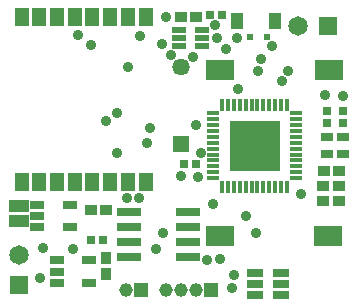
<source format=gts>
G04*
G04 #@! TF.GenerationSoftware,Altium Limited,Altium Designer,18.0.9 (584)*
G04*
G04 Layer_Color=8388736*
%FSLAX25Y25*%
%MOIN*%
G70*
G01*
G75*
%ADD32R,0.09213X0.06890*%
%ADD33R,0.02165X0.02165*%
%ADD34R,0.04134X0.03347*%
%ADD35R,0.04134X0.02953*%
%ADD36R,0.02953X0.02559*%
%ADD37R,0.05391X0.02591*%
%ADD38R,0.03347X0.04134*%
%ADD39R,0.04991X0.01991*%
%ADD40R,0.02559X0.02953*%
%ADD41R,0.04528X0.02953*%
%ADD42R,0.08391X0.02691*%
%ADD43R,0.04528X0.06496*%
%ADD44R,0.01693X0.03937*%
%ADD45R,0.03937X0.01693*%
%ADD46R,0.16732X0.16732*%
%ADD47R,0.04191X0.05391*%
%ADD48C,0.05740*%
%ADD49R,0.05740X0.05740*%
%ADD50R,0.04528X0.04528*%
%ADD51C,0.04528*%
%ADD52C,0.06496*%
%ADD53R,0.06496X0.06496*%
%ADD54R,0.06496X0.06496*%
%ADD55C,0.03591*%
D32*
X172560Y177580D02*
D03*
X208702D02*
D03*
X208571Y122500D02*
D03*
X172429D02*
D03*
D33*
X188066Y188840D02*
D03*
X182554D02*
D03*
D34*
X206941Y134000D02*
D03*
X212059D02*
D03*
X207000Y144000D02*
D03*
X212118D02*
D03*
X206941Y139000D02*
D03*
X212059D02*
D03*
X159500Y195500D02*
D03*
X164618D02*
D03*
X129341Y131022D02*
D03*
X134459D02*
D03*
D35*
X208000Y149744D02*
D03*
Y155256D02*
D03*
X213500Y149744D02*
D03*
Y155256D02*
D03*
D36*
X208000Y160032D02*
D03*
Y163969D02*
D03*
X213500Y160032D02*
D03*
Y163969D02*
D03*
D37*
X184000Y102800D02*
D03*
Y106500D02*
D03*
Y110200D02*
D03*
X192800D02*
D03*
Y106500D02*
D03*
Y102800D02*
D03*
D38*
X134500Y115000D02*
D03*
Y109882D02*
D03*
X103670Y132379D02*
D03*
Y127261D02*
D03*
X107030Y132430D02*
D03*
Y127312D02*
D03*
D39*
X158750Y191090D02*
D03*
Y188490D02*
D03*
Y185890D02*
D03*
X166350D02*
D03*
Y188490D02*
D03*
Y191090D02*
D03*
D40*
X164500Y146500D02*
D03*
X160563D02*
D03*
X169063Y196000D02*
D03*
X173000D02*
D03*
X133500Y121000D02*
D03*
X129563D02*
D03*
D41*
X128913Y114240D02*
D03*
Y106760D02*
D03*
X118087D02*
D03*
Y110500D02*
D03*
Y114240D02*
D03*
X122413Y132740D02*
D03*
Y125260D02*
D03*
X111587D02*
D03*
Y129000D02*
D03*
Y132740D02*
D03*
D42*
X142300Y130500D02*
D03*
Y125500D02*
D03*
Y120500D02*
D03*
Y115500D02*
D03*
X161700D02*
D03*
Y120500D02*
D03*
Y125500D02*
D03*
Y130500D02*
D03*
D43*
X106331Y140441D02*
D03*
X112236D02*
D03*
X118142D02*
D03*
X124047D02*
D03*
X129953D02*
D03*
X135858D02*
D03*
X141764D02*
D03*
X147669D02*
D03*
Y195559D02*
D03*
X141764D02*
D03*
X135858D02*
D03*
X129953D02*
D03*
X124047D02*
D03*
X118142D02*
D03*
X112236D02*
D03*
X106331D02*
D03*
D44*
X194827Y166181D02*
D03*
X192858D02*
D03*
X190890D02*
D03*
X188921D02*
D03*
X186953D02*
D03*
X184984D02*
D03*
X183016D02*
D03*
X181047D02*
D03*
X179079D02*
D03*
X177110D02*
D03*
X175142D02*
D03*
X173173D02*
D03*
Y138819D02*
D03*
X175142D02*
D03*
X177110D02*
D03*
X179079D02*
D03*
X181047D02*
D03*
X183016D02*
D03*
X184984D02*
D03*
X186953D02*
D03*
X188921D02*
D03*
X190890D02*
D03*
X192858D02*
D03*
X194827D02*
D03*
D45*
X170319Y163327D02*
D03*
Y161358D02*
D03*
Y159390D02*
D03*
Y157421D02*
D03*
Y155453D02*
D03*
Y153484D02*
D03*
Y151516D02*
D03*
Y149547D02*
D03*
Y147579D02*
D03*
Y145610D02*
D03*
Y143642D02*
D03*
Y141673D02*
D03*
X197681D02*
D03*
Y143642D02*
D03*
Y145610D02*
D03*
Y147579D02*
D03*
Y149547D02*
D03*
Y151516D02*
D03*
Y153484D02*
D03*
Y155453D02*
D03*
Y157421D02*
D03*
Y159390D02*
D03*
Y161358D02*
D03*
Y163327D02*
D03*
D46*
X184000Y152500D02*
D03*
D47*
X190950Y194000D02*
D03*
X178050D02*
D03*
D48*
X159500Y178795D02*
D03*
D49*
Y153205D02*
D03*
D50*
X146000Y104500D02*
D03*
X169500D02*
D03*
D51*
X141000D02*
D03*
X164500D02*
D03*
X159500D02*
D03*
X154500D02*
D03*
D52*
X198500Y192500D02*
D03*
X105500Y116000D02*
D03*
D53*
X208500Y192500D02*
D03*
D54*
X105500Y106000D02*
D03*
D55*
X141950Y178860D02*
D03*
X154490Y195500D02*
D03*
X153000Y186500D02*
D03*
X163500Y182000D02*
D03*
X156130Y182570D02*
D03*
X170930Y192570D02*
D03*
X174420Y184630D02*
D03*
X178200Y188500D02*
D03*
X171600Y188400D02*
D03*
X185000Y177500D02*
D03*
X193000Y174000D02*
D03*
X195000Y177500D02*
D03*
X145730Y189060D02*
D03*
X134420Y160840D02*
D03*
X148000Y153500D02*
D03*
X189800Y185700D02*
D03*
X186000Y181500D02*
D03*
X149000Y158500D02*
D03*
X178500Y171500D02*
D03*
X159500Y142500D02*
D03*
X165000Y142000D02*
D03*
X172500Y114890D02*
D03*
X125000Y189500D02*
D03*
X177000Y109500D02*
D03*
X184500Y123500D02*
D03*
X166000Y150000D02*
D03*
X164500Y159500D02*
D03*
X153500Y123500D02*
D03*
X151000Y118000D02*
D03*
X145500Y135000D02*
D03*
X199500Y136500D02*
D03*
X138000Y163500D02*
D03*
Y150000D02*
D03*
X112500Y108500D02*
D03*
X113500Y118500D02*
D03*
X123500Y118000D02*
D03*
X207500Y169500D02*
D03*
X213500Y169000D02*
D03*
X181000Y129000D02*
D03*
X170000Y133000D02*
D03*
X168000Y114500D02*
D03*
X141500Y135000D02*
D03*
X129500Y186000D02*
D03*
X176500Y105000D02*
D03*
M02*

</source>
